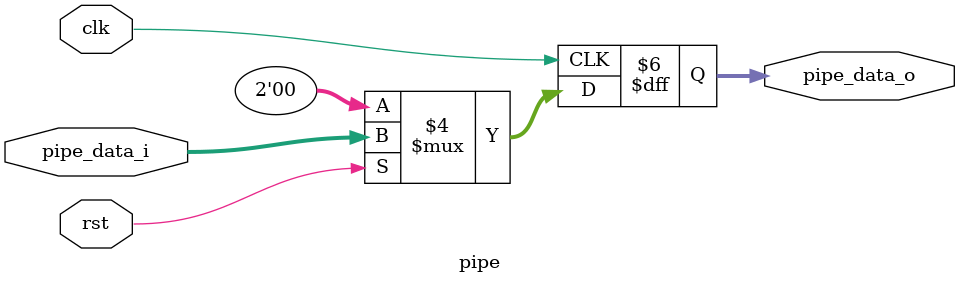
<source format=v>
module pipe
(
    input clk,
    input rst,
    input [size-1:0] pipe_data_i,
    output reg [size-1:0] pipe_data_o
);

parameter size = 0;
    always @(posedge clk) begin
        if(rst == 0) pipe_data_o<=0;
        else pipe_data_o<=pipe_data_i;
    end


endmodule


</source>
